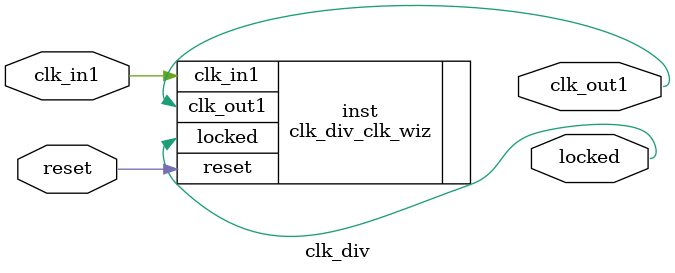
<source format=v>


`timescale 1ps/1ps

(* CORE_GENERATION_INFO = "clk_div,clk_wiz_v6_0_2_0_0,{component_name=clk_div,use_phase_alignment=true,use_min_o_jitter=false,use_max_i_jitter=false,use_dyn_phase_shift=false,use_inclk_switchover=false,use_dyn_reconfig=false,enable_axi=0,feedback_source=FDBK_AUTO,PRIMITIVE=PLL,num_out_clk=1,clkin1_period=10.000,clkin2_period=10.000,use_power_down=false,use_reset=true,use_locked=true,use_inclk_stopped=false,feedback_type=SINGLE,CLOCK_MGR_TYPE=NA,manual_override=false}" *)

module clk_div 
 (
  // Clock out ports
  output        clk_out1,
  // Status and control signals
  input         reset,
  output        locked,
 // Clock in ports
  input         clk_in1
 );

  clk_div_clk_wiz inst
  (
  // Clock out ports  
  .clk_out1(clk_out1),
  // Status and control signals               
  .reset(reset), 
  .locked(locked),
 // Clock in ports
  .clk_in1(clk_in1)
  );

endmodule

</source>
